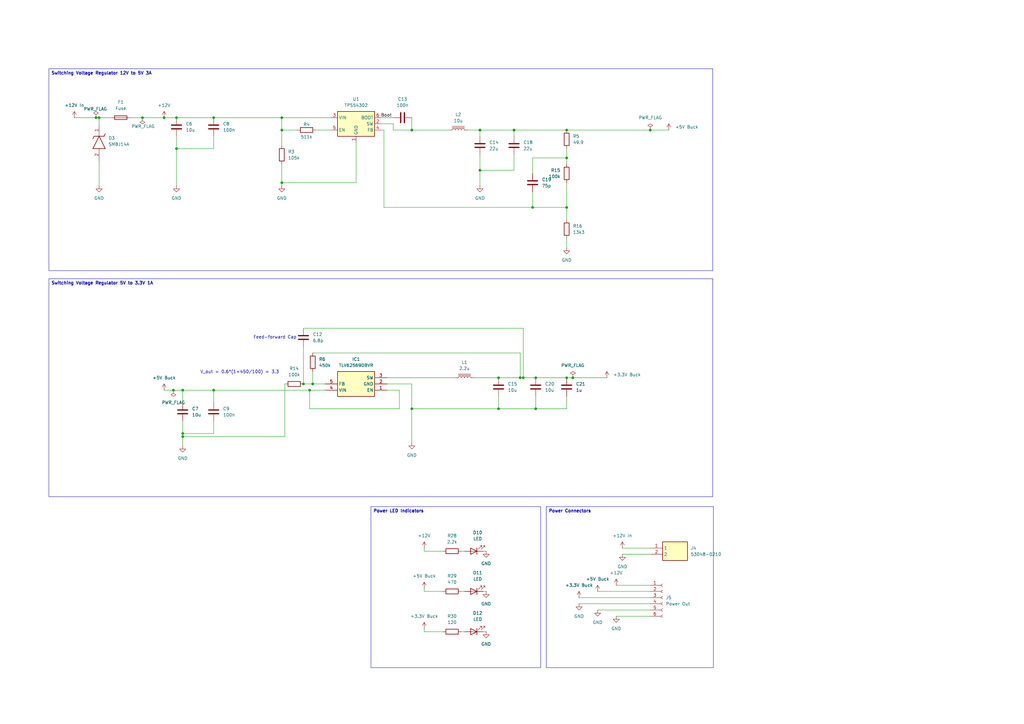
<source format=kicad_sch>
(kicad_sch (version 20250114) (generator "eeschema") (generator_version "9.0")
  (paper "A3")
  (title_block (title "Power Supply") (date "2025-11-26") (company "Quang Dinh Bui"))
  (lib_symbols
    (symbol "Connector:Conn_01x06_Socket" (pin_names (offset 1.016) (hide yes))
      (property "Reference" "J" (at 0 7.62 0))
      (property "Value" "Conn_01x06_Socket" (at 0 -10.16 0))
      (symbol "Conn_01x06_Socket_1_1"
        (polyline (pts (xy -1.27 5.08) (xy -0.508 5.08)) (stroke (width 0.1524)))
        (polyline (pts (xy -1.27 2.54) (xy -0.508 2.54)) (stroke (width 0.1524)))
        (polyline (pts (xy -1.27 0) (xy -0.508 0)) (stroke (width 0.1524)))
        (polyline (pts (xy -1.27 -2.54) (xy -0.508 -2.54)) (stroke (width 0.1524)))
        (polyline (pts (xy -1.27 -5.08) (xy -0.508 -5.08)) (stroke (width 0.1524)))
        (polyline (pts (xy -1.27 -7.62) (xy -0.508 -7.62)) (stroke (width 0.1524)))
        (arc (start 0 4.572) (mid -0.5058 5.08) (end 0 5.588) (stroke (width 0.1524)))
        (arc (start 0 2.032) (mid -0.5058 2.54) (end 0 3.048) (stroke (width 0.1524)))
        (arc (start 0 -0.508) (mid -0.5058 0) (end 0 0.508) (stroke (width 0.1524)))
        (arc (start 0 -3.048) (mid -0.5058 -2.54) (end 0 -2.032) (stroke (width 0.1524)))
        (arc (start 0 -5.588) (mid -0.5058 -5.08) (end 0 -4.572) (stroke (width 0.1524)))
        (arc (start 0 -8.128) (mid -0.5058 -7.62) (end 0 -7.112) (stroke (width 0.1524)))
        (pin passive line (at -5.08 5.08 0) (length 3.81) (name "Pin_1") (number "1"))
        (pin passive line (at -5.08 2.54 0) (length 3.81) (name "Pin_2") (number "2"))
        (pin passive line (at -5.08 0 0) (length 3.81) (name "Pin_3") (number "3"))
        (pin passive line (at -5.08 -2.54 0) (length 3.81) (name "Pin_4") (number "4"))
        (pin passive line (at -5.08 -5.08 0) (length 3.81) (name "Pin_5") (number "5"))
        (pin passive line (at -5.08 -7.62 0) (length 3.81) (name "Pin_6") (number "6"))
      )
    )
    (symbol "Device:C" (pin_numbers (hide yes)) (pin_names (offset 0.254))
      (property "Reference" "C" (at 0.635 2.54 0))
      (property "Value" "C" (at 0.635 -2.54 0))
      (symbol "C_0_1"
        (polyline (pts (xy -2.032 0.762) (xy 2.032 0.762)) (stroke (width 0.508)))
        (polyline (pts (xy -2.032 -0.762) (xy 2.032 -0.762)) (stroke (width 0.508)))
      )
      (symbol "C_1_1"
        (pin passive line (at 0 3.81 270) (length 2.794) (name "~") (number "1"))
        (pin passive line (at 0 -3.81 90) (length 2.794) (name "~") (number "2"))
      )
    )
    (symbol "Device:Fuse" (pin_numbers (hide yes)) (pin_names (offset 0))
      (property "Reference" "F" (at 2.032 0 90))
      (property "Value" "Fuse" (at -1.905 0 90))
      (symbol "Fuse_0_1"
        (rectangle (start -0.762 -2.54) (end 0.762 2.54) (stroke (width 0.254)))
        (polyline (pts (xy 0 2.54) (xy 0 -2.54)))
      )
      (symbol "Fuse_1_1"
        (pin passive line (at 0 3.81 270) (length 1.27) (name "~") (number "1"))
        (pin passive line (at 0 -3.81 90) (length 1.27) (name "~") (number "2"))
      )
    )
    (symbol "Device:LED" (pin_numbers (hide yes)) (pin_names (offset 1.016) (hide yes))
      (property "Reference" "D" (at 0 2.54 0))
      (property "Value" "LED" (at 0 -2.54 0))
      (symbol "LED_0_1"
        (polyline (pts (xy -3.048 -0.762) (xy -4.572 -2.286) (xy -3.81 -2.286) (xy -4.572 -2.286) (xy -4.572 -1.524)))
        (polyline (pts (xy -1.778 -0.762) (xy -3.302 -2.286) (xy -2.54 -2.286) (xy -3.302 -2.286) (xy -3.302 -1.524)))
        (polyline (pts (xy -1.27 0) (xy 1.27 0)))
        (polyline (pts (xy -1.27 -1.27) (xy -1.27 1.27)) (stroke (width 0.254)))
        (polyline (pts (xy 1.27 -1.27) (xy 1.27 1.27) (xy -1.27 0) (xy 1.27 -1.27)) (stroke (width 0.254)))
      )
      (symbol "LED_1_1"
        (pin passive line (at -3.81 0 0) (length 2.54) (name "K") (number "1"))
        (pin passive line (at 3.81 0 180) (length 2.54) (name "A") (number "2"))
      )
    )
    (symbol "Device:L_Iron" (pin_numbers (hide yes)) (pin_names (offset 1.016) (hide yes))
      (property "Reference" "L" (at -1.27 0 90))
      (property "Value" "L_Iron" (at 2.794 0 90))
      (symbol "L_Iron_0_1"
        (arc (start 0 2.54) (mid 0.6323 1.905) (end 0 1.27))
        (arc (start 0 1.27) (mid 0.6323 0.635) (end 0 0))
        (arc (start 0 0) (mid 0.6323 -0.635) (end 0 -1.27))
        (arc (start 0 -1.27) (mid 0.6323 -1.905) (end 0 -2.54))
        (polyline (pts (xy 1.016 2.54) (xy 1.016 -2.54)))
        (polyline (pts (xy 1.524 -2.54) (xy 1.524 2.54)))
      )
      (symbol "L_Iron_1_1"
        (pin passive line (at 0 3.81 270) (length 1.27) (name "1") (number "1"))
        (pin passive line (at 0 -3.81 90) (length 1.27) (name "2") (number "2"))
      )
    )
    (symbol "Device:R" (pin_numbers (hide yes)) (pin_names (offset 0))
      (property "Reference" "R" (at 2.032 0 90))
      (property "Value" "R" (at 0 0 90))
      (symbol "R_0_1"
        (rectangle (start -1.016 -2.54) (end 1.016 2.54) (stroke (width 0.254)))
      )
      (symbol "R_1_1"
        (pin passive line (at 0 3.81 270) (length 1.27) (name "~") (number "1"))
        (pin passive line (at 0 -3.81 90) (length 1.27) (name "~") (number "2"))
      )
    )
    (symbol "Regulator_Switching:TPS54302"
      (property "Reference" "U" (at -7.62 6.35 0))
      (property "Value" "TPS54302" (at 0 6.35 0))
      (symbol "TPS54302_0_1"
        (rectangle (start -7.62 5.08) (end 7.62 -5.08) (stroke (width 0.254)) (fill (type background)))
      )
      (symbol "TPS54302_1_1"
        (pin power_in line (at -10.16 2.54 0) (length 2.54) (name "VIN") (number "3"))
        (pin input line (at -10.16 -2.54 0) (length 2.54) (name "EN") (number "5"))
        (pin power_in line (at 0 -7.62 90) (length 2.54) (name "GND") (number "1"))
        (pin passive line (at 10.16 2.54 180) (length 2.54) (name "BOOT") (number "6"))
        (pin power_out line (at 10.16 0 180) (length 2.54) (name "SW") (number "2"))
        (pin input line (at 10.16 -2.54 180) (length 2.54) (name "FB") (number "4"))
      )
    )
    (symbol "SamacSys_Parts:53048-0210"
      (property "Reference" "J" (at 16.51 7.62 0))
      (property "Value" "53048-0210" (at 16.51 5.08 0))
      (symbol "53048-0210_1_1"
        (rectangle (start 5.08 2.54) (end 15.24 -5.08) (stroke (width 0.254)) (fill (type background)))
        (pin passive line (at 0 0 0) (length 5.08) (name "1") (number "1"))
        (pin passive line (at 0 -2.54 0) (length 5.08) (name "2") (number "2"))
      )
    )
    (symbol "SamacSys_Parts:SMBJ14A" (pin_names (hide yes))
      (property "Reference" "D" (at 10.16 8.89 0))
      (property "Value" "SMBJ14A" (at 10.16 6.35 0))
      (symbol "SMBJ14A_1_1"
        (polyline (pts (xy 4.064 2.54) (xy 5.08 2.032)) (stroke (width 0.254)))
        (polyline (pts (xy 5.08 0) (xy 10.16 2.54)) (stroke (width 0.254)))
        (polyline (pts (xy 5.08 -2.032) (xy 5.08 2.032)) (stroke (width 0.254)))
        (polyline (pts (xy 5.08 -2.032) (xy 6.096 -2.54)) (stroke (width 0.254)))
        (polyline (pts (xy 10.16 -2.54) (xy 5.08 0)) (stroke (width 0.254)))
        (polyline (pts (xy 10.16 -2.54) (xy 10.16 2.54)) (stroke (width 0.254)))
        (pin passive line (at 0 0 0) (length 5.08) (name "K") (number "1"))
        (pin passive line (at 15.24 0 180) (length 5.08) (name "A") (number "2"))
      )
    )
    (symbol "SamacSys_Parts:TLV62569DBVR"
      (property "Reference" "IC" (at 21.59 7.62 0))
      (property "Value" "TLV62569DBVR" (at 21.59 5.08 0))
      (symbol "TLV62569DBVR_1_1"
        (rectangle (start 5.08 2.54) (end 20.32 -7.62) (stroke (width 0.254)) (fill (type background)))
        (pin passive line (at 0 0 0) (length 5.08) (name "EN") (number "1"))
        (pin passive line (at 0 -2.54 0) (length 5.08) (name "GND") (number "2"))
        (pin passive line (at 0 -5.08 0) (length 5.08) (name "SW") (number "3"))
        (pin passive line (at 25.4 0 180) (length 5.08) (name "VIN") (number "4"))
        (pin passive line (at 25.4 -2.54 180) (length 5.08) (name "FB") (number "5"))
      )
    )
    (symbol "power:+12V" (power) (pin_numbers (hide yes)) (pin_names (offset 0) (hide yes))
      (property "Value" "+12V" (at 0 3.556 0))
      (symbol "+12V_0_1"
        (polyline (pts (xy -0.762 1.27) (xy 0 2.54)))
        (polyline (pts (xy 0 2.54) (xy 0.762 1.27)))
        (polyline (pts (xy 0 0) (xy 0 2.54)))
      )
      (symbol "+12V_1_1"
        (pin power_in line (at 0 0 90) (length 0) (name "~") (number "1"))
      )
    )
    (symbol "power:+3.3V" (power) (pin_numbers (hide yes)) (pin_names (offset 0) (hide yes))
      (property "Value" "+3.3V" (at 0 3.556 0))
      (symbol "+3.3V_0_1"
        (polyline (pts (xy -0.762 1.27) (xy 0 2.54)))
        (polyline (pts (xy 0 2.54) (xy 0.762 1.27)))
        (polyline (pts (xy 0 0) (xy 0 2.54)))
      )
      (symbol "+3.3V_1_1"
        (pin power_in line (at 0 0 90) (length 0) (name "~") (number "1"))
      )
    )
    (symbol "power:+5V" (power) (pin_numbers (hide yes)) (pin_names (offset 0) (hide yes))
      (property "Value" "+5V" (at 0 3.556 0))
      (symbol "+5V_0_1"
        (polyline (pts (xy -0.762 1.27) (xy 0 2.54)))
        (polyline (pts (xy 0 2.54) (xy 0.762 1.27)))
        (polyline (pts (xy 0 0) (xy 0 2.54)))
      )
      (symbol "+5V_1_1"
        (pin power_in line (at 0 0 90) (length 0) (name "~") (number "1"))
      )
    )
    (symbol "power:GND" (power) (pin_numbers (hide yes)) (pin_names (offset 0) (hide yes))
      (property "Value" "GND" (at 0 -3.81 0))
      (symbol "GND_0_1"
        (polyline (pts (xy 0 0) (xy 0 -1.27) (xy 1.27 -1.27) (xy 0 -2.54) (xy -1.27 -1.27) (xy 0 -1.27)))
      )
      (symbol "GND_1_1"
        (pin power_in line (at 0 0 270) (length 0) (name "~") (number "1"))
      )
    )
    (symbol "power:PWR_FLAG" (power) (pin_numbers (hide yes)) (pin_names (offset 0) (hide yes))
      (property "Value" "PWR_FLAG" (at 0 3.81 0))
      (symbol "PWR_FLAG_0_0"
        (pin power_out line (at 0 0 90) (length 0) (name "~") (number "1"))
      )
      (symbol "PWR_FLAG_0_1"
        (polyline (pts (xy 0 0) (xy 0 1.27) (xy -1.016 1.905) (xy 0 2.54) (xy 1.016 1.905) (xy 0 1.27)))
      )
    )
  )
  (text "Feed-forward Cap" (at 112.776 138.43 0) (effects (font (size 1.27 1.27))))
  (text "V_out = 0.6*(1+450/100) = 3.3" (at 98.298 152.654 0) (effects (font (size 1.27 1.27))))
  (text_box "Power Connectors" (at 224.028 207.772 0) (size 68.58 66.04) (margins 0.9525 0.9525 0.9525 0.9525) (effects (font (size 1.27 1.27) (thickness 0.254) (bold yes)) (justify left top)))
  (text_box "Power LED Indicators" (at 152.146 207.772 0) (size 69.596 66.04) (margins 0.9525 0.9525 0.9525 0.9525) (effects (font (size 1.27 1.27) (thickness 0.254) (bold yes)) (justify left top)))
  (text_box "Switching Voltage Regulator 5V to 3.3V 1A" (at 20.066 114.3 0) (size 272.288 89.408) (margins 0.9525 0.9525 0.9525 0.9525) (effects (font (size 1.27 1.27) (thickness 0.254) (bold yes)) (justify left top)))
  (text_box "Switching Voltage Regulator 12V to 5V 3A" (at 20.066 28.194 0) (size 272.288 82.804) (margins 0.9525 0.9525 0.9525 0.9525) (effects (font (size 1.27 1.27) (thickness 0.254) (bold yes)) (justify left top)))
  (junction (at 266.7 53.34))
  (junction (at 87.63 48.26))
  (junction (at 72.39 48.26))
  (junction (at 168.91 167.64))
  (junction (at 115.57 74.93))
  (junction (at 67.31 48.26))
  (junction (at 115.57 53.34))
  (junction (at 124.46 157.48))
  (junction (at 234.95 154.94))
  (junction (at 232.41 64.77))
  (junction (at 196.85 53.34))
  (junction (at 58.42 48.26))
  (junction (at 232.41 85.09))
  (junction (at 74.93 179.07))
  (junction (at 128.27 157.48))
  (junction (at 127 160.02))
  (junction (at 115.57 48.26))
  (junction (at 74.93 160.02))
  (junction (at 218.44 85.09))
  (junction (at 168.91 53.34))
  (junction (at 219.71 154.94))
  (junction (at 213.36 154.94))
  (junction (at 214.63 154.94))
  (junction (at 210.82 53.34))
  (junction (at 196.85 69.85))
  (junction (at 204.47 154.94))
  (junction (at 219.71 167.64))
  (junction (at 71.12 160.02))
  (junction (at 74.93 177.8))
  (junction (at 232.41 53.34))
  (junction (at 40.64 48.26))
  (junction (at 39.37 48.26))
  (junction (at 204.47 167.64))
  (junction (at 87.63 160.02))
  (junction (at 72.39 60.96))
  (junction (at 232.41 154.94))
  (wire (pts (xy 234.95 154.94) (xy 248.92 154.94)))
  (wire (pts (xy 87.63 160.02) (xy 87.63 165.1)))
  (wire (pts (xy 196.85 63.5) (xy 196.85 69.85)))
  (wire (pts (xy 53.34 48.26) (xy 58.42 48.26)))
  (wire (pts (xy 198.12 242.57) (xy 199.39 242.57)))
  (wire (pts (xy 237.49 245.11) (xy 266.7 245.11)))
  (wire (pts (xy 67.31 160.02) (xy 71.12 160.02)))
  (wire (pts (xy 129.54 53.34) (xy 135.89 53.34)))
  (wire (pts (xy 115.57 67.31) (xy 115.57 74.93)))
  (wire (pts (xy 58.42 48.26) (xy 67.31 48.26)))
  (wire (pts (xy 232.41 60.96) (xy 232.41 64.77)))
  (wire (pts (xy 128.27 157.48) (xy 124.46 157.48)))
  (wire (pts (xy 87.63 55.88) (xy 87.63 60.96)))
  (wire (pts (xy 219.71 162.56) (xy 219.71 167.64)))
  (wire (pts (xy 156.21 50.8) (xy 161.29 50.8)))
  (wire (pts (xy 168.91 48.26) (xy 168.91 53.34)))
  (wire (pts (xy 128.27 144.78) (xy 213.36 144.78)))
  (wire (pts (xy 168.91 167.64) (xy 204.47 167.64)))
  (wire (pts (xy 74.93 160.02) (xy 74.93 165.1)))
  (wire (pts (xy 74.93 160.02) (xy 87.63 160.02)))
  (wire (pts (xy 255.27 224.79) (xy 266.7 224.79)))
  (wire (pts (xy 234.95 154.94) (xy 232.41 154.94)))
  (wire (pts (xy 87.63 172.72) (xy 87.63 177.8)))
  (wire (pts (xy 266.7 250.19) (xy 245.11 250.19)))
  (wire (pts (xy 71.12 160.02) (xy 74.93 160.02)))
  (wire (pts (xy 255.27 227.33) (xy 266.7 227.33)))
  (wire (pts (xy 245.11 242.57) (xy 266.7 242.57)))
  (wire (pts (xy 173.99 257.81) (xy 173.99 259.08)))
  (wire (pts (xy 127 160.02) (xy 133.35 160.02)))
  (wire (pts (xy 218.44 78.74) (xy 218.44 85.09)))
  (wire (pts (xy 158.75 157.48) (xy 168.91 157.48)))
  (wire (pts (xy 74.93 172.72) (xy 74.93 177.8)))
  (wire (pts (xy 204.47 162.56) (xy 204.47 167.64)))
  (wire (pts (xy 196.85 53.34) (xy 196.85 55.88)))
  (wire (pts (xy 163.83 167.64) (xy 127 167.64)))
  (wire (pts (xy 40.64 48.26) (xy 45.72 48.26)))
  (wire (pts (xy 196.85 69.85) (xy 196.85 76.2)))
  (wire (pts (xy 124.46 134.62) (xy 214.63 134.62)))
  (wire (pts (xy 219.71 154.94) (xy 232.41 154.94)))
  (wire (pts (xy 194.31 154.94) (xy 204.47 154.94)))
  (wire (pts (xy 67.31 48.26) (xy 72.39 48.26)))
  (wire (pts (xy 213.36 154.94) (xy 214.63 154.94)))
  (wire (pts (xy 213.36 154.94) (xy 204.47 154.94)))
  (wire (pts (xy 87.63 177.8) (xy 74.93 177.8)))
  (wire (pts (xy 39.37 48.26) (xy 40.64 48.26)))
  (wire (pts (xy 74.93 177.8) (xy 74.93 179.07)))
  (wire (pts (xy 210.82 63.5) (xy 210.82 69.85)))
  (wire (pts (xy 173.99 241.3) (xy 173.99 242.57)))
  (wire (pts (xy 168.91 53.34) (xy 184.15 53.34)))
  (wire (pts (xy 158.75 154.94) (xy 186.69 154.94)))
  (wire (pts (xy 173.99 259.08) (xy 181.61 259.08)))
  (wire (pts (xy 252.73 240.03) (xy 266.7 240.03)))
  (wire (pts (xy 157.48 85.09) (xy 218.44 85.09)))
  (wire (pts (xy 163.83 160.02) (xy 163.83 167.64)))
  (wire (pts (xy 198.12 226.06) (xy 199.39 226.06)))
  (wire (pts (xy 266.7 53.34) (xy 274.32 53.34)))
  (wire (pts (xy 219.71 167.64) (xy 204.47 167.64)))
  (wire (pts (xy 232.41 64.77) (xy 218.44 64.77)))
  (wire (pts (xy 72.39 55.88) (xy 72.39 60.96)))
  (wire (pts (xy 232.41 53.34) (xy 266.7 53.34)))
  (wire (pts (xy 232.41 85.09) (xy 232.41 74.93)))
  (wire (pts (xy 72.39 48.26) (xy 87.63 48.26)))
  (wire (pts (xy 30.48 48.26) (xy 39.37 48.26)))
  (wire (pts (xy 133.35 157.48) (xy 128.27 157.48)))
  (wire (pts (xy 158.75 160.02) (xy 163.83 160.02)))
  (wire (pts (xy 115.57 53.34) (xy 115.57 48.26)))
  (wire (pts (xy 146.05 58.42) (xy 146.05 74.93)))
  (wire (pts (xy 218.44 64.77) (xy 218.44 71.12)))
  (wire (pts (xy 156.21 53.34) (xy 157.48 53.34)))
  (wire (pts (xy 173.99 242.57) (xy 181.61 242.57)))
  (wire (pts (xy 121.92 53.34) (xy 115.57 53.34)))
  (wire (pts (xy 232.41 64.77) (xy 232.41 67.31)))
  (wire (pts (xy 157.48 53.34) (xy 157.48 85.09)))
  (wire (pts (xy 198.12 259.08) (xy 199.39 259.08)))
  (wire (pts (xy 190.5 259.08) (xy 189.23 259.08)))
  (wire (pts (xy 232.41 85.09) (xy 232.41 90.17)))
  (wire (pts (xy 190.5 226.06) (xy 189.23 226.06)))
  (wire (pts (xy 173.99 226.06) (xy 181.61 226.06)))
  (wire (pts (xy 127 167.64) (xy 127 160.02)))
  (wire (pts (xy 161.29 53.34) (xy 168.91 53.34)))
  (wire (pts (xy 87.63 160.02) (xy 127 160.02)))
  (wire (pts (xy 115.57 53.34) (xy 115.57 59.69)))
  (wire (pts (xy 191.77 53.34) (xy 196.85 53.34)))
  (wire (pts (xy 128.27 152.4) (xy 128.27 157.48)))
  (wire (pts (xy 214.63 154.94) (xy 219.71 154.94)))
  (wire (pts (xy 218.44 85.09) (xy 232.41 85.09)))
  (wire (pts (xy 232.41 97.79) (xy 232.41 101.6)))
  (wire (pts (xy 74.93 179.07) (xy 74.93 182.88)))
  (wire (pts (xy 196.85 53.34) (xy 210.82 53.34)))
  (wire (pts (xy 190.5 242.57) (xy 189.23 242.57)))
  (wire (pts (xy 135.89 48.26) (xy 115.57 48.26)))
  (wire (pts (xy 237.49 247.65) (xy 266.7 247.65)))
  (wire (pts (xy 213.36 144.78) (xy 213.36 154.94)))
  (wire (pts (xy 40.64 48.26) (xy 40.64 50.8)))
  (wire (pts (xy 116.84 179.07) (xy 74.93 179.07)))
  (wire (pts (xy 146.05 74.93) (xy 115.57 74.93)))
  (wire (pts (xy 214.63 134.62) (xy 214.63 154.94)))
  (wire (pts (xy 173.99 224.79) (xy 173.99 226.06)))
  (wire (pts (xy 210.82 69.85) (xy 196.85 69.85)))
  (wire (pts (xy 161.29 50.8) (xy 161.29 53.34)))
  (wire (pts (xy 115.57 48.26) (xy 87.63 48.26)))
  (wire (pts (xy 252.73 252.73) (xy 266.7 252.73)))
  (wire (pts (xy 232.41 162.56) (xy 232.41 167.64)))
  (wire (pts (xy 40.64 66.04) (xy 40.64 76.2)))
  (wire (pts (xy 232.41 167.64) (xy 219.71 167.64)))
  (wire (pts (xy 116.84 157.48) (xy 116.84 179.07)))
  (wire (pts (xy 210.82 53.34) (xy 210.82 55.88)))
  (wire (pts (xy 124.46 142.24) (xy 124.46 157.48)))
  (wire (pts (xy 168.91 157.48) (xy 168.91 167.64)))
  (wire (pts (xy 72.39 60.96) (xy 72.39 76.2)))
  (wire (pts (xy 210.82 53.34) (xy 232.41 53.34)))
  (wire (pts (xy 156.21 48.26) (xy 161.29 48.26)))
  (wire (pts (xy 87.63 60.96) (xy 72.39 60.96)))
  (wire (pts (xy 168.91 167.64) (xy 168.91 181.61)))
  (wire (pts (xy 115.57 74.93) (xy 115.57 76.2)))
  (label "Boot" (at 156.21 48.26 0))
  (symbol (lib_id "Device:L_Iron") (at 190.5 154.94 90) (unit 1)
    (property "Reference" "L1" (at 190.5 148.59 90))
    (property "Value" "2.2u" (at 190.5 151.13 90))
    (property "Footprint" "SamacSys_Parts:LQM2HPZ3R3MJ0B" (effects (hide yes)))
    (property "Description" "Inductor with iron core" (effects (hide yes)))
  )
  (symbol (lib_id "power:+12V") (at 255.27 224.79 0) (unit 1)
    (property "Reference" "#PWR070" (effects (hide yes)))
    (property "Value" "+12V In" (at 255.27 219.71 0))
    (property "Description" "Power symbol creates a global label with name \"+12V\"" (effects (hide yes)))
  )
  (symbol (lib_id "Device:C") (at 218.44 74.93 0) (unit 1)
    (property "Reference" "C19" (at 222.25 73.6599 0) (effects (justify left)))
    (property "Value" "75p" (at 222.25 76.1999 0) (effects (justify left)))
    (property "Footprint" "Capacitor_SMD:C_0603_1608Metric_Pad1.08x0.95mm_HandSolder" (effects (hide yes)))
    (property "Description" "Unpolarized capacitor" (effects (hide yes)))
  )
  (symbol (lib_id "power:GND") (at 199.39 259.08 0) (unit 1)
    (property "Reference" "#PWR069" (effects (hide yes)))
    (property "Value" "GND" (at 199.39 264.16 0))
    (property "Description" "Power symbol creates a global label with name \"GND\" , ground" (effects (hide yes)))
  )
  (symbol (lib_id "Device:C") (at 204.47 158.75 0) (unit 1)
    (property "Reference" "C15" (at 208.28 157.4799 0) (effects (justify left)))
    (property "Value" "10u" (at 208.28 160.0199 0) (effects (justify left)))
    (property "Footprint" "Capacitor_SMD:C_0805_2012Metric_Pad1.18x1.45mm_HandSolder" (effects (hide yes)))
    (property "Description" "Unpolarized capacitor" (effects (hide yes)))
  )
  (symbol (lib_id "Device:C") (at 87.63 168.91 0) (unit 1)
    (property "Reference" "C9" (at 91.44 167.6399 0) (effects (justify left)))
    (property "Value" "100n" (at 91.44 170.1799 0) (effects (justify left)))
    (property "Footprint" "Capacitor_SMD:C_0603_1608Metric_Pad1.08x0.95mm_HandSolder" (effects (hide yes)))
    (property "Description" "Unpolarized capacitor" (effects (hide yes)))
  )
  (symbol (lib_id "power:+3.3V") (at 173.99 224.79 0) (unit 1)
    (property "Reference" "#PWR064" (effects (hide yes)))
    (property "Value" "+12V" (at 173.99 219.71 0))
    (property "Description" "Power symbol creates a global label with name \"+3.3V\"" (effects (hide yes)))
  )
  (symbol (lib_id "power:GND") (at 252.73 252.73 0) (unit 1)
    (property "Reference" "#PWR058" (effects (hide yes)))
    (property "Value" "GND" (at 252.73 257.81 0))
    (property "Description" "Power symbol creates a global label with name \"GND\" , ground" (effects (hide yes)))
  )
  (symbol (lib_id "Regulator_Switching:TPS54302") (at 146.05 50.8 0) (unit 1)
    (property "Reference" "U1" (at 146.05 40.64 0))
    (property "Value" "TPS54302" (at 146.05 43.18 0))
    (property "Footprint" "Package_TO_SOT_SMD:SOT-23-6" (effects (hide yes)))
    (property "Datasheet" "http://www.ti.com/lit/ds/symlink/tps54302.pdf" (effects (hide yes)))
    (property "Description" "3A, 4.5 to 28V Input, EMI Friendly integrated switch synchronous step-down regulator, pulse-skipping, SOT-23-6" (effects (hide yes)))
  )
  (symbol (lib_id "Device:C") (at 196.85 59.69 0) (unit 1)
    (property "Reference" "C14" (at 200.66 58.4199 0) (effects (justify left)))
    (property "Value" "22u" (at 200.66 60.9599 0) (effects (justify left)))
    (property "Footprint" "Capacitor_SMD:C_1210_3225Metric_Pad1.33x2.70mm_HandSolder" (effects (hide yes)))
    (property "Description" "Unpolarized capacitor" (effects (hide yes)))
  )
  (symbol (lib_id "power:+5V") (at 245.11 242.57 0) (unit 1)
    (property "Reference" "#PWR020" (effects (hide yes)))
    (property "Value" "+5V Buck" (at 245.11 237.49 0))
    (property "Description" "Power symbol creates a global label with name \"+5V\"" (effects (hide yes)))
  )
  (symbol (lib_id "Device:R") (at 232.41 57.15 0) (unit 1)
    (property "Reference" "R5" (at 234.95 55.8799 0) (effects (justify left)))
    (property "Value" "49.9" (at 234.95 58.4199 0) (effects (justify left)))
    (property "Footprint" "Resistor_SMD:R_0805_2012Metric_Pad1.20x1.40mm_HandSolder" (effects (hide yes)))
    (property "Description" "Resistor" (effects (hide yes)))
  )
  (symbol (lib_id "power:GND") (at 72.39 76.2 0) (unit 1)
    (property "Reference" "#PWR016" (effects (hide yes)))
    (property "Value" "GND" (at 72.39 81.28 0))
    (property "Description" "Power symbol creates a global label with name \"GND\" , ground" (effects (hide yes)))
  )
  (symbol (lib_id "power:GND") (at 199.39 226.06 0) (unit 1)
    (property "Reference" "#PWR067" (effects (hide yes)))
    (property "Value" "GND" (at 199.39 231.14 0))
    (property "Description" "Power symbol creates a global label with name \"GND\" , ground" (effects (hide yes)))
  )
  (symbol (lib_id "SamacSys_Parts:53048-0210") (at 266.7 224.79 0) (unit 1)
    (property "Reference" "J4" (at 283.21 224.7899 0) (effects (justify left)))
    (property "Value" "53048-0210" (at 283.21 227.3299 0) (effects (justify left)))
    (property "Footprint" "SamacSys_Parts:SHDRRA2W35P0X125_1X2_425X550X350P" (effects (hide yes)))
    (property "Datasheet" "https://www.molex.com/pdm_docs/sd/530481010_sd.pdf" (effects (hide yes)))
    (property "Description" "2 way through board PCB 90deg header Molex PICOBLADE Series, Series Number 53048, 1.25mm Pitch 2 Way 1 Row Right Angle PCB Header, Solder Termination, 1A" (effects (hide yes)))
    (property "Height" "3.5" (effects (hide yes)))
    (property "Mouser Part Number" "538-53048-0210" (effects (hide yes)))
    (property "Mouser Price/Stock" "https://www.mouser.co.uk/ProductDetail/Molex/53048-0210?qs=o4r9IV%252BgZWMoVY43HmKPkg%3D%3D" (effects (hide yes)))
    (property "Manufacturer_Name" "Molex" (effects (hide yes)))
    (property "Manufacturer_Part_Number" "53048-0210" (effects (hide yes)))
  )
  (symbol (lib_id "Device:C") (at 124.46 138.43 180) (unit 1)
    (property "Reference" "C12" (at 128.27 137.1599 0) (effects (justify right)))
    (property "Value" "6.8p" (at 128.27 139.6999 0) (effects (justify right)))
    (property "Footprint" "Capacitor_SMD:C_0805_2012Metric_Pad1.18x1.45mm_HandSolder" (effects (hide yes)))
    (property "Description" "Unpolarized capacitor" (effects (hide yes)))
  )
  (symbol (lib_id "power:+12V") (at 30.48 48.26 0) (unit 1)
    (property "Reference" "#PWR063" (effects (hide yes)))
    (property "Value" "+12V In" (at 30.48 43.18 0))
    (property "Description" "Power symbol creates a global label with name \"+12V\"" (effects (hide yes)))
  )
  (symbol (lib_id "power:PWR_FLAG") (at 58.42 48.26 180) (unit 1)
    (property "Reference" "#FLG06" (effects (hide yes)))
    (property "Value" "PWR_FLAG" (at 53.848 51.816 0) (effects (justify right)))
    (property "Description" "Special symbol for telling ERC where power comes from" (effects (hide yes)))
  )
  (symbol (lib_id "Device:C") (at 232.41 158.75 0) (unit 1)
    (property "Reference" "C21" (at 236.22 157.4799 0) (effects (justify left)))
    (property "Value" "1u" (at 236.22 160.0199 0) (effects (justify left)))
    (property "Footprint" "Capacitor_SMD:C_0805_2012Metric_Pad1.18x1.45mm_HandSolder" (effects (hide yes)))
    (property "Description" "Unpolarized capacitor" (effects (hide yes)))
  )
  (symbol (lib_id "power:GND") (at 196.85 76.2 0) (unit 1)
    (property "Reference" "#PWR027" (effects (hide yes)))
    (property "Value" "GND" (at 196.85 81.28 0))
    (property "Description" "Power symbol creates a global label with name \"GND\" , ground" (effects (hide yes)))
  )
  (symbol (lib_id "power:+5V") (at 274.32 53.34 0) (unit 1)
    (property "Reference" "#PWR040" (effects (hide yes)))
    (property "Value" "+5V Buck" (at 276.86 52.0699 0) (effects (justify left)))
    (property "Description" "Power symbol creates a global label with name \"+5V\"" (effects (hide yes)))
  )
  (symbol (lib_id "Device:R") (at 120.65 157.48 90) (unit 1)
    (property "Reference" "R14" (at 120.65 151.13 90))
    (property "Value" "100k" (at 120.65 153.67 90))
    (property "Footprint" "Resistor_SMD:R_0805_2012Metric_Pad1.20x1.40mm_HandSolder" (effects (hide yes)))
    (property "Description" "Resistor" (effects (hide yes)))
  )
  (symbol (lib_id "Device:LED") (at 194.31 242.57 180) (unit 1)
    (property "Reference" "D11" (at 195.8975 234.95 0))
    (property "Value" "LED" (at 195.8975 237.49 0))
    (property "Footprint" "LED_SMD:LED_0805_2012Metric_Pad1.15x1.40mm_HandSolder" (effects (hide yes)))
    (property "Description" "Light emitting diode" (effects (hide yes)))
    (property "Sim.Pins" "1=K 2=A" (effects (hide yes)))
  )
  (symbol (lib_id "Device:Fuse") (at 49.53 48.26 270) (unit 1)
    (property "Reference" "F1" (at 49.53 41.91 90))
    (property "Value" "Fuse" (at 49.53 44.45 90))
    (property "Footprint" "Fuse:Fuseholder_Blade_Mini_Keystone_3568" (effects (hide yes)))
    (property "Description" "Fuse" (effects (hide yes)))
  )
  (symbol (lib_id "power:GND") (at 245.11 250.19 0) (unit 1)
    (property "Reference" "#PWR024" (effects (hide yes)))
    (property "Value" "GND" (at 245.11 255.27 0))
    (property "Description" "Power symbol creates a global label with name \"GND\" , ground" (effects (hide yes)))
  )
  (symbol (lib_id "power:+3.3V") (at 173.99 257.81 0) (unit 1)
    (property "Reference" "#PWR066" (effects (hide yes)))
    (property "Value" "+3.3V Buck" (at 173.99 252.73 0))
    (property "Description" "Power symbol creates a global label with name \"+3.3V\"" (effects (hide yes)))
  )
  (symbol (lib_id "Device:R") (at 232.41 93.98 0) (unit 1)
    (property "Reference" "R16" (at 234.95 92.7099 0) (effects (justify left)))
    (property "Value" "13k3" (at 234.95 95.2499 0) (effects (justify left)))
    (property "Footprint" "Resistor_SMD:R_0805_2012Metric_Pad1.20x1.40mm_HandSolder" (effects (hide yes)))
    (property "Description" "Resistor" (effects (hide yes)))
  )
  (symbol (lib_id "power:PWR_FLAG") (at 266.7 53.34 0) (unit 1)
    (property "Reference" "#FLG09" (effects (hide yes)))
    (property "Value" "PWR_FLAG" (at 266.7 48.26 0))
    (property "Description" "Special symbol for telling ERC where power comes from" (effects (hide yes)))
  )
  (symbol (lib_id "Device:C") (at 210.82 59.69 0) (unit 1)
    (property "Reference" "C18" (at 214.63 58.4199 0) (effects (justify left)))
    (property "Value" "22u" (at 214.63 60.9599 0) (effects (justify left)))
    (property "Footprint" "Capacitor_SMD:C_1210_3225Metric_Pad1.33x2.70mm_HandSolder" (effects (hide yes)))
    (property "Description" "Unpolarized capacitor" (effects (hide yes)))
  )
  (symbol (lib_id "Device:C") (at 87.63 52.07 0) (unit 1)
    (property "Reference" "C8" (at 91.44 50.7999 0) (effects (justify left)))
    (property "Value" "100n" (at 91.44 53.3399 0) (effects (justify left)))
    (property "Footprint" "Capacitor_SMD:C_0603_1608Metric_Pad1.08x0.95mm_HandSolder" (effects (hide yes)))
    (property "Description" "Unpolarized capacitor" (effects (hide yes)))
  )
  (symbol (lib_id "Device:C") (at 74.93 168.91 180) (unit 1)
    (property "Reference" "C7" (at 78.74 167.6399 0) (effects (justify right)))
    (property "Value" "10u" (at 78.74 170.1799 0) (effects (justify right)))
    (property "Footprint" "Capacitor_SMD:C_0805_2012Metric_Pad1.18x1.45mm_HandSolder" (effects (hide yes)))
    (property "Description" "Unpolarized capacitor" (effects (hide yes)))
  )
  (symbol (lib_id "power:GND") (at 232.41 101.6 0) (unit 1)
    (property "Reference" "#PWR038" (effects (hide yes)))
    (property "Value" "GND" (at 232.41 106.68 0))
    (property "Description" "Power symbol creates a global label with name \"GND\" , ground" (effects (hide yes)))
  )
  (symbol (lib_id "power:+3.3V") (at 173.99 241.3 0) (unit 1)
    (property "Reference" "#PWR065" (effects (hide yes)))
    (property "Value" "+5V Buck" (at 173.99 236.22 0))
    (property "Description" "Power symbol creates a global label with name \"+3.3V\"" (effects (hide yes)))
  )
  (symbol (lib_id "Device:R") (at 115.57 63.5 0) (unit 1)
    (property "Reference" "R3" (at 118.11 62.2299 0) (effects (justify left)))
    (property "Value" "105k" (at 118.11 64.7699 0) (effects (justify left)))
    (property "Footprint" "Resistor_SMD:R_0805_2012Metric_Pad1.20x1.40mm_HandSolder" (effects (hide yes)))
    (property "Description" "Resistor" (effects (hide yes)))
  )
  (symbol (lib_id "power:PWR_FLAG") (at 39.37 48.26 0) (unit 1)
    (property "Reference" "#FLG07" (effects (hide yes)))
    (property "Value" "PWR_FLAG" (at 43.942 44.704 0) (effects (justify right)))
    (property "Description" "Special symbol for telling ERC where power comes from" (effects (hide yes)))
  )
  (symbol (lib_id "SamacSys_Parts:SMBJ14A") (at 40.64 50.8 270) (unit 1)
    (property "Reference" "D3" (at 44.45 56.6419 90) (effects (justify left)))
    (property "Value" "SMBJ14A" (at 44.45 59.1819 90) (effects (justify left)))
    (property "Footprint" "SamacSys_Parts:DIOM5436X261N" (effects (hide yes)))
    (property "Datasheet" "https://m.littelfuse.com/~/media/electronics/datasheets/tvs_diodes/littelfuse_tvs_diode_smbj_datasheet.pdf.pdf" (effects (hide yes)))
    (property "Description" "Littelfuse SMBJ14A, Uni-Directional TVS Diode, 600W, 2-Pin DO-214AA 600 W peak pulse power capability at 10/1000 us waveform, repetition rate (duty cycles):0.01 % For surface mounted applications to optimize board space Low dynamic resistance Typical failure mode is short from over-specified voltage or current IEC-61000-4-2 ESD 30 kV(Air), 30 kV (Contact) ESD protection of data lines in accordance with IEC 61000-4-2 Whisker test is conducted based on JEDEC JESD201A per its table 4a and 4" (effects (hide yes)))
    (property "Height" "2.61" (effects (hide yes)))
    (property "Mouser Part Number" "576-SMBJ14A" (effects (hide yes)))
    (property "Mouser Price/Stock" "https://www.mouser.co.uk/ProductDetail/Littelfuse/SMBJ14A?qs=HR2RnyOI4E75Hz1XOU7o0g%3D%3D" (effects (hide yes)))
    (property "Manufacturer_Name" "LITTELFUSE" (effects (hide yes)))
    (property "Manufacturer_Part_Number" "SMBJ14A" (effects (hide yes)))
  )
  (symbol (lib_id "Device:L_Iron") (at 187.96 53.34 90) (unit 1)
    (property "Reference" "L2" (at 187.96 46.99 90))
    (property "Value" "10u" (at 187.96 49.53 90))
    (property "Footprint" "SamacSys_Parts:INDPM6965X300N" (effects (hide yes)))
    (property "Description" "Inductor with iron core" (effects (hide yes)))
  )
  (symbol (lib_id "power:+12V") (at 252.73 240.03 0) (unit 1)
    (property "Reference" "#PWR019" (effects (hide yes)))
    (property "Value" "+12V" (at 252.73 234.95 0))
    (property "Description" "Power symbol creates a global label with name \"+12V\"" (effects (hide yes)))
  )
  (symbol (lib_id "power:PWR_FLAG") (at 71.12 160.02 180) (unit 1)
    (property "Reference" "#FLG01" (effects (hide yes)))
    (property "Value" "PWR_FLAG" (at 71.12 165.1 0))
    (property "Description" "Special symbol for telling ERC where power comes from" (effects (hide yes)))
  )
  (symbol (lib_id "power:GND") (at 74.93 182.88 0) (unit 1)
    (property "Reference" "#PWR018" (effects (hide yes)))
    (property "Value" "GND" (at 74.93 187.96 0))
    (property "Description" "Power symbol creates a global label with name \"GND\" , ground" (effects (hide yes)))
  )
  (symbol (lib_id "SamacSys_Parts:TLV62569DBVR") (at 158.75 160.02 180) (unit 1)
    (property "Reference" "IC1" (at 146.05 147.32 0))
    (property "Value" "TLV62569DBVR" (at 146.05 149.86 0))
    (property "Footprint" "SamacSys_Parts:SOT95P280X145-5N" (effects (hide yes)))
    (property "Datasheet" "http://www.ti.com/lit/gpn/tlv62569" (effects (hide yes)))
    (property "Description" "2.5V-5.5V input, 2-A high efficiency step-down buck converter in SOT23 and SOT563 package" (effects (hide yes)))
    (property "Height" "1.45" (effects (hide yes)))
    (property "Mouser Part Number" "595-TLV62569DBVR" (effects (hide yes)))
    (property "Mouser Price/Stock" "https://www.mouser.co.uk/ProductDetail/Texas-Instruments/TLV62569DBVR?qs=0C8XhJW8e4oaylc%252BzBrCmA%3D%3D" (effects (hide yes)))
    (property "Manufacturer_Name" "Texas Instruments" (effects (hide yes)))
    (property "Manufacturer_Part_Number" "TLV62569DBVR" (effects (hide yes)))
  )
  (symbol (lib_id "power:+12V") (at 67.31 48.26 0) (unit 1)
    (property "Reference" "#PWR014" (effects (hide yes)))
    (property "Value" "+12V" (at 67.31 43.18 0))
    (property "Description" "Power symbol creates a global label with name \"+12V\"" (effects (hide yes)))
  )
  (symbol (lib_id "Device:C") (at 72.39 52.07 0) (unit 1)
    (property "Reference" "C6" (at 76.2 50.7999 0) (effects (justify left)))
    (property "Value" "10u" (at 76.2 53.3399 0) (effects (justify left)))
    (property "Footprint" "Capacitor_SMD:C_0805_2012Metric_Pad1.18x1.45mm_HandSolder" (effects (hide yes)))
    (property "Description" "Unpolarized capacitor" (effects (hide yes)))
  )
  (symbol (lib_id "Device:R") (at 185.42 226.06 90) (unit 1)
    (property "Reference" "R28" (at 185.42 219.71 90))
    (property "Value" "2.2k" (at 185.42 222.25 90))
    (property "Footprint" "Resistor_SMD:R_0603_1608Metric_Pad0.98x0.95mm_HandSolder" (effects (hide yes)))
    (property "Description" "Resistor" (effects (hide yes)))
  )
  (symbol (lib_id "Device:R") (at 185.42 259.08 90) (unit 1)
    (property "Reference" "R30" (at 185.42 252.73 90))
    (property "Value" "120" (at 185.42 255.27 90))
    (property "Footprint" "Resistor_SMD:R_0603_1608Metric_Pad0.98x0.95mm_HandSolder" (effects (hide yes)))
    (property "Description" "Resistor" (effects (hide yes)))
  )
  (symbol (lib_id "Device:R") (at 232.41 71.12 0) (mirror y) (unit 1)
    (property "Reference" "R15" (at 229.87 69.8499 0) (effects (justify left)))
    (property "Value" "100k" (at 229.87 72.3899 0) (effects (justify left)))
    (property "Footprint" "Resistor_SMD:R_0805_2012Metric_Pad1.20x1.40mm_HandSolder" (effects (hide yes)))
    (property "Description" "Resistor" (effects (hide yes)))
  )
  (symbol (lib_id "power:+3.3V") (at 248.92 154.94 0) (unit 1)
    (property "Reference" "#PWR039" (effects (hide yes)))
    (property "Value" "+3.3V Buck" (at 251.46 153.6699 0) (effects (justify left)))
    (property "Description" "Power symbol creates a global label with name \"+3.3V\"" (effects (hide yes)))
  )
  (symbol (lib_id "power:GND") (at 115.57 76.2 0) (unit 1)
    (property "Reference" "#PWR022" (effects (hide yes)))
    (property "Value" "GND" (at 115.57 81.28 0))
    (property "Description" "Power symbol creates a global label with name \"GND\" , ground" (effects (hide yes)))
  )
  (symbol (lib_id "Device:LED") (at 194.31 259.08 180) (unit 1)
    (property "Reference" "D12" (at 195.8975 251.46 0))
    (property "Value" "LED" (at 195.8975 254 0))
    (property "Footprint" "LED_SMD:LED_0805_2012Metric_Pad1.15x1.40mm_HandSolder" (effects (hide yes)))
    (property "Description" "Light emitting diode" (effects (hide yes)))
    (property "Sim.Pins" "1=K 2=A" (effects (hide yes)))
  )
  (symbol (lib_id "Device:R") (at 128.27 148.59 180) (unit 1)
    (property "Reference" "R6" (at 130.81 147.3199 0) (effects (justify right)))
    (property "Value" "450k" (at 130.81 149.8599 0) (effects (justify right)))
    (property "Footprint" "Resistor_SMD:R_0805_2012Metric_Pad1.20x1.40mm_HandSolder" (effects (hide yes)))
    (property "Description" "Resistor" (effects (hide yes)))
  )
  (symbol (lib_id "Connector:Conn_01x06_Socket") (at 271.78 245.11 0) (unit 1)
    (property "Reference" "J5" (at 273.05 245.1099 0) (effects (justify left)))
    (property "Value" "Power Out" (at 273.05 247.6499 0) (effects (justify left)))
    (property "Footprint" "Connector_PinSocket_2.00mm:PinSocket_1x06_P2.00mm_Vertical" (effects (hide yes)))
    (property "Description" "Generic connector, single row, 01x06, script generated" (effects (hide yes)))
  )
  (symbol (lib_id "Device:C") (at 219.71 158.75 0) (unit 1)
    (property "Reference" "C20" (at 223.52 157.4799 0) (effects (justify left)))
    (property "Value" "10u" (at 223.52 160.0199 0) (effects (justify left)))
    (property "Footprint" "Capacitor_SMD:C_0805_2012Metric_Pad1.18x1.45mm_HandSolder" (effects (hide yes)))
    (property "Description" "Unpolarized capacitor" (effects (hide yes)))
  )
  (symbol (lib_id "power:GND") (at 237.49 247.65 0) (unit 1)
    (property "Reference" "#PWR023" (effects (hide yes)))
    (property "Value" "GND" (at 237.49 252.73 0))
    (property "Description" "Power symbol creates a global label with name \"GND\" , ground" (effects (hide yes)))
  )
  (symbol (lib_id "power:GND") (at 255.27 227.33 0) (unit 1)
    (property "Reference" "#PWR071" (effects (hide yes)))
    (property "Value" "GND" (at 255.27 232.41 0))
    (property "Description" "Power symbol creates a global label with name \"GND\" , ground" (effects (hide yes)))
  )
  (symbol (lib_id "Device:LED") (at 194.31 226.06 180) (unit 1)
    (property "Reference" "D10" (at 195.8975 218.44 0))
    (property "Value" "LED" (at 195.8975 220.98 0))
    (property "Footprint" "LED_SMD:LED_0805_2012Metric_Pad1.15x1.40mm_HandSolder" (effects (hide yes)))
    (property "Description" "Light emitting diode" (effects (hide yes)))
    (property "Sim.Pins" "1=K 2=A" (effects (hide yes)))
  )
  (symbol (lib_id "power:GND") (at 40.64 76.2 0) (unit 1)
    (property "Reference" "#PWR072" (effects (hide yes)))
    (property "Value" "GND" (at 40.64 81.28 0))
    (property "Description" "Power symbol creates a global label with name \"GND\" , ground" (effects (hide yes)))
  )
  (symbol (lib_id "power:+3.3V") (at 237.49 245.11 0) (unit 1)
    (property "Reference" "#PWR021" (effects (hide yes)))
    (property "Value" "+3.3V Buck" (at 237.49 240.03 0))
    (property "Description" "Power symbol creates a global label with name \"+3.3V\"" (effects (hide yes)))
  )
  (symbol (lib_id "power:+5V") (at 67.31 160.02 0) (unit 1)
    (property "Reference" "#PWR015" (effects (hide yes)))
    (property "Value" "+5V Buck" (at 67.31 154.94 0))
    (property "Description" "Power symbol creates a global label with name \"+5V\"" (effects (hide yes)))
  )
  (symbol (lib_id "power:GND") (at 199.39 242.57 0) (unit 1)
    (property "Reference" "#PWR068" (effects (hide yes)))
    (property "Value" "GND" (at 199.39 247.65 0))
    (property "Description" "Power symbol creates a global label with name \"GND\" , ground" (effects (hide yes)))
  )
  (symbol (lib_id "Device:R") (at 125.73 53.34 90) (unit 1)
    (property "Reference" "R4" (at 125.73 51.054 90))
    (property "Value" "511k" (at 125.73 56.134 90))
    (property "Footprint" "Resistor_SMD:R_0805_2012Metric_Pad1.20x1.40mm_HandSolder" (effects (hide yes)))
    (property "Description" "Resistor" (effects (hide yes)))
  )
  (symbol (lib_id "Device:R") (at 185.42 242.57 90) (unit 1)
    (property "Reference" "R29" (at 185.42 236.22 90))
    (property "Value" "470" (at 185.42 238.76 90))
    (property "Footprint" "Resistor_SMD:R_0603_1608Metric_Pad0.98x0.95mm_HandSolder" (effects (hide yes)))
    (property "Description" "Resistor" (effects (hide yes)))
  )
  (symbol (lib_id "Device:C") (at 165.1 48.26 90) (unit 1)
    (property "Reference" "C13" (at 165.1 40.64 90))
    (property "Value" "100n" (at 165.1 43.18 90))
    (property "Footprint" "Capacitor_SMD:C_0603_1608Metric_Pad1.08x0.95mm_HandSolder" (effects (hide yes)))
    (property "Description" "Unpolarized capacitor" (effects (hide yes)))
  )
  (symbol (lib_id "power:PWR_FLAG") (at 234.95 154.94 0) (unit 1)
    (property "Reference" "#FLG08" (effects (hide yes)))
    (property "Value" "PWR_FLAG" (at 234.95 149.86 0))
    (property "Description" "Special symbol for telling ERC where power comes from" (effects (hide yes)))
  )
  (symbol (lib_id "power:GND") (at 168.91 181.61 0) (unit 1)
    (property "Reference" "#PWR026" (effects (hide yes)))
    (property "Value" "GND" (at 168.91 186.69 0))
    (property "Description" "Power symbol creates a global label with name \"GND\" , ground" (effects (hide yes)))
  )
)
</source>
